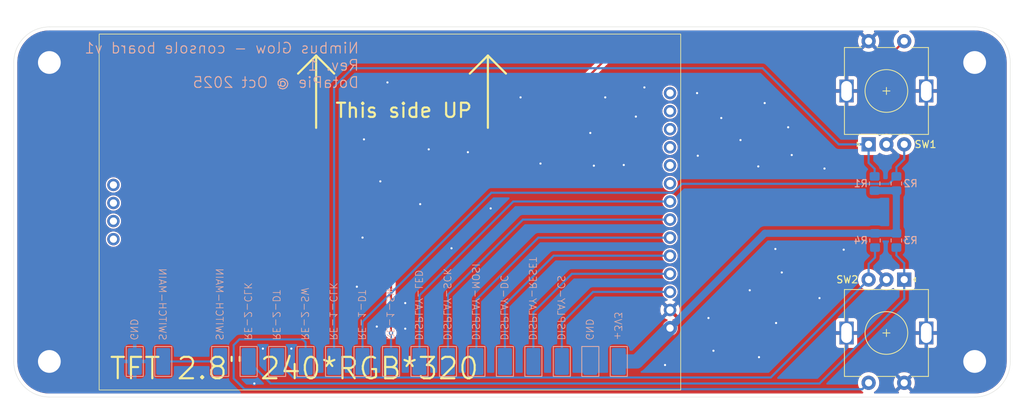
<source format=kicad_pcb>
(kicad_pcb (version 20241229) (generator "pcbnew") (generator_version "9.0")
  (title_block (title "Nimbus Glow - console board v1") (date "2025-10-24") (rev "1") (company "DotaPie"))
  (layers (0 "F.Cu" signal) (2 "B.Cu" signal) (13 "F.Paste" user) (15 "B.Paste" user) (5 "F.SilkS" user "F.Silkscreen") (7 "B.SilkS" user "B.Silkscreen") (1 "F.Mask" user) (3 "B.Mask" user) (25 "Edge.Cuts" user))
  (net 0 "")
  (net 1 "+3V3")
  (net 2 "GND")
  (net 3 "DISPLAY-CS")
  (net 4 "DISPLAY-RESET")
  (net 5 "DISPLAY-DC")
  (net 6 "DISPLAY-MOSI")
  (net 7 "DISPLAY-SCK")
  (net 8 "DISPLAY-LED")
  (net 9 "RE-1-SW")
  (net 10 "RE-1-DT")
  (net 11 "RE-1-CLK")
  (net 12 "RE-2-SW")
  (net 13 "RE-2-DT")
  (net 14 "RE-2-CLK")
  (net 15 "SWITCH-MAIN")
  (footprint "MountingHole:MountingHole_3.2mm_M3_Pad_TopBottom" (layer "F.Cu") (at 205.89 120.1)
    (property "Reference" "H4" (hide yes))
    (property "Value" "MountingHole_Pad")
    (pad "1" thru_hole circle (at 0 0) (size 3.6 3.6) (drill 3.2) (layers "*.Cu" "*.Mask") (net 2 "GND"))
    (pad "1" connect circle (at 0 0) (size 6.4 6.4) (layers "F.Cu" "F.Mask") (net 2 "GND"))
    (pad "1" connect circle (at 0 0) (size 6.4 6.4) (layers "B.Cu" "B.Mask") (net 2 "GND"))
  )
  (footprint "MountingHole:MountingHole_3.2mm_M3_Pad_TopBottom" (layer "F.Cu") (at 205.89 78.1)
    (property "Reference" "H3" (hide yes))
    (property "Value" "MountingHole_Pad")
    (pad "1" thru_hole circle (at 0 0) (size 3.6 3.6) (drill 3.2) (layers "*.Cu" "*.Mask") (net 2 "GND"))
    (pad "1" connect circle (at 0 0) (size 6.4 6.4) (layers "F.Cu" "F.Mask") (net 2 "GND"))
    (pad "1" connect circle (at 0 0) (size 6.4 6.4) (layers "B.Cu" "B.Mask") (net 2 "GND"))
  )
  (footprint "Rotary_Encoder:RotaryEncoder_Alps_EC11E-Switch_Vertical_H20mm" (layer "F.Cu") (at 190.99 89.6 90)
    (property "Reference" "SW1" (at 0 8 180) (layer "F.SilkS"))
    (property "Value" "RotaryEncoder_Switch_MP")
    (fp_line (start 13.6 -3.4) (end 13.6 -1) (stroke (width 0.12)) (layer "F.SilkS"))
    (fp_line (start 9.5 -3.4) (end 13.6 -3.4) (stroke (width 0.12)) (layer "F.SilkS"))
    (fp_line (start 5.5 -3.4) (end 1.4 -3.4) (stroke (width 0.12)) (layer "F.SilkS"))
    (fp_line (start 1.4 -3.4) (end 1.4 8.4) (stroke (width 0.12)) (layer "F.SilkS"))
    (fp_line (start 0.3 -1.6) (end 0 -1.3) (stroke (width 0.12)) (layer "F.SilkS"))
    (fp_line (start -0.3 -1.6) (end 0.3 -1.6) (stroke (width 0.12)) (layer "F.SilkS"))
    (fp_line (start 0 -1.3) (end -0.3 -1.6) (stroke (width 0.12)) (layer "F.SilkS"))
    (fp_line (start 13.6 1.2) (end 13.6 3.8) (stroke (width 0.12)) (layer "F.SilkS"))
    (fp_line (start 7.5 2) (end 7.5 3) (stroke (width 0.12)) (layer "F.SilkS"))
    (fp_line (start 7 2.5) (end 8 2.5) (stroke (width 0.12)) (layer "F.SilkS"))
    (fp_line (start 13.6 6) (end 13.6 8.4) (stroke (width 0.12)) (layer "F.SilkS"))
    (fp_line (start 13.6 8.4) (end 9.5 8.4) (stroke (width 0.12)) (layer "F.SilkS"))
    (fp_line (start 5.5 8.4) (end 1.4 8.4) (stroke (width 0.12)) (layer "F.SilkS"))
    (fp_circle (center 7.5 2.5) (end 10.5 2.5) (stroke (width 0.12)) (fill no) (layer "F.SilkS"))
    (pad "A" thru_hole rect (at 0 0 90) (size 2 2) (drill 1) (layers "*.Cu" "*.Mask") (net 11 "RE-1-CLK"))
    (pad "B" thru_hole circle (at 0 5 90) (size 2 2) (drill 1) (layers "*.Cu" "*.Mask") (net 10 "RE-1-DT"))
    (pad "C" thru_hole circle (at 0 2.5 90) (size 2 2) (drill 1) (layers "*.Cu" "*.Mask") (net 2 "GND"))
    (pad "MP" thru_hole rect (at 7.5 -3.1 90) (size 3.2 2) (drill oval 2.8 1.5) (layers "*.Cu" "*.Mask") (net 2 "GND"))
    (pad "MP" thru_hole rect (at 7.5 8.1 90) (size 3.2 2) (drill oval 2.8 1.5) (layers "*.Cu" "*.Mask") (net 2 "GND"))
    (pad "S1" thru_hole circle (at 14.5 5 90) (size 2 2) (drill 1) (layers "*.Cu" "*.Mask") (net 9 "RE-1-SW"))
    (pad "S2" thru_hole circle (at 14.5 0 90) (size 2 2) (drill 1) (layers "*.Cu" "*.Mask") (net 2 "GND"))
  )
  (footprint "KiCAD-DotaPie-footprints:2.8 TFT 240xRGBx320" (layer "F.Cu") (at 84.89 95.3)
    (property "Reference" "U1" (hide yes))
    (property "Value" "2.8\" TFT 280xRGBx320 V1.1" (hide yes))
    (fp_line (start 25.94 -15.64) (end 28.48 -18.18) (stroke (width 0.1)) (layer "F.SilkS"))
    (fp_line (start 28.48 -18.18) (end 25.94 -15.64) (stroke (width 0.3)) (layer "F.SilkS"))
    (fp_line (start 28.48 -18.18) (end 31.02 -15.64) (stroke (width 0.3)) (layer "F.SilkS"))
    (fp_line (start 28.48 -8.02) (end 28.48 -18.18) (stroke (width 0.3)) (layer "F.SilkS"))
    (fp_line (start 50.07 -15.64) (end 52.61 -18.18) (stroke (width 0.1)) (layer "F.SilkS"))
    (fp_line (start 52.61 -18.18) (end 50.07 -15.64) (stroke (width 0.3)) (layer "F.SilkS"))
    (fp_line (start 52.61 -18.18) (end 55.15 -15.64) (stroke (width 0.3)) (layer "F.SilkS"))
    (fp_line (start 52.61 -8.02) (end 52.61 -18.18) (stroke (width 0.3)) (layer "F.SilkS"))
    (fp_rect (start -2 -21.19) (end 79.7 28.81) (stroke (width 0.1)) (fill no) (layer "F.SilkS"))
    (fp_text user "TFT 2.8\" 240*RGB*320" (at -0.73 27.54 0) (layer "F.SilkS") (effects (font (size 3 3) (thickness 0.3)) (justify left bottom)))
    (fp_text user "This side UP" (at 31.02 -9.29 0) (layer "F.SilkS") (effects (font (size 2 2) (thickness 0.3)) (justify left bottom)))
    (pad "1" thru_hole circle (at 0 0) (size 1.75 1.75) (drill 1.02) (layers "*.Cu" "*.Mask") (clearance 0.204))
    (pad "2" thru_hole circle (at 0 2.54) (size 1.75 1.75) (drill 1.02) (layers "*.Cu" "*.Mask") (clearance 0.204))
    (pad "3" thru_hole circle (at 0 5.08) (size 1.75 1.75) (drill 1.02) (layers "*.Cu" "*.Mask") (clearance 0.204))
    (pad "4" thru_hole circle (at 0 7.62) (size 1.75 1.75) (drill 1.02) (layers "*.Cu" "*.Mask") (clearance 0.204))
    (pad "5" thru_hole circle (at 78.2 20.11) (size 1.75 1.75) (drill 1.02) (layers "*.Cu" "*.Mask") (net 1 "+3V3") (clearance 0.204))
    (pad "6" thru_hole circle (at 78.2 17.57) (size 1.75 1.75) (drill 1.02) (layers "*.Cu" "*.Mask") (net 2 "GND") (clearance 0.204))
    (pad "7" thru_hole circle (at 78.2 15.03) (size 1.75 1.75) (drill 1.02) (layers "*.Cu" "*.Mask") (net 3 "DISPLAY-CS") (clearance 0.204))
    (pad "8" thru_hole circle (at 78.2 12.49) (size 1.75 1.75) (drill 1.02) (layers "*.Cu" "*.Mask") (net 4 "DISPLAY-RESET") (clearance 0.204))
    (pad "9" thru_hole circle (at 78.2 9.95) (size 1.75 1.75) (drill 1.02) (layers "*.Cu" "*.Mask") (net 5 "DISPLAY-DC") (clearance 0.204))
    (pad "10" thru_hole circle (at 78.2 7.41) (size 1.75 1.75) (drill 1.02) (layers "*.Cu" "*.Mask") (net 6 "DISPLAY-MOSI") (clearance 0.204))
    (pad "11" thru_hole circle (at 78.2 4.87) (size 1.75 1.75) (drill 1.02) (layers "*.Cu" "*.Mask") (net 7 "DISPLAY-SCK") (clearance 0.204))
    (pad "12" thru_hole circle (at 78.2 2.33) (size 1.75 1.75) (drill 1.02) (layers "*.Cu" "*.Mask") (net 8 "DISPLAY-LED") (clearance 0.204))
    (pad "13" thru_hole circle (at 78.2 -0.21) (size 1.75 1.75) (drill 1.02) (layers "*.Cu" "*.Mask") (clearance 0.204))
    (pad "14" thru_hole circle (at 78.2 -2.75) (size 1.75 1.75) (drill 1.02) (layers "*.Cu" "*.Mask") (clearance 0.204))
    (pad "15" thru_hole circle (at 78.2 -5.29) (size 1.75 1.75) (drill 1.02) (layers "*.Cu" "*.Mask") (clearance 0.204))
    (pad "16" thru_hole circle (at 78.2 -7.83) (size 1.75 1.75) (drill 1.02) (layers "*.Cu" "*.Mask") (clearance 0.204))
    (pad "17" thru_hole circle (at 78.2 -10.37) (size 1.75 1.75) (drill 1.02) (layers "*.Cu" "*.Mask") (clearance 0.204))
    (pad "18" thru_hole circle (at 78.2 -12.91) (size 1.75 1.75) (drill 1.02) (layers "*.Cu" "*.Mask") (clearance 0.204))
  )
  (footprint "MountingHole:MountingHole_3.2mm_M3_Pad_TopBottom" (layer "F.Cu") (at 75.89 120.1)
    (property "Reference" "H2" (hide yes))
    (property "Value" "MountingHole_Pad")
    (pad "1" thru_hole circle (at 0 0) (size 3.6 3.6) (drill 3.2) (layers "*.Cu" "*.Mask") (net 2 "GND"))
    (pad "1" connect circle (at 0 0) (size 6.4 6.4) (layers "F.Cu" "F.Mask") (net 2 "GND"))
    (pad "1" connect circle (at 0 0) (size 6.4 6.4) (layers "B.Cu" "B.Mask") (net 2 "GND"))
  )
  (footprint "Rotary_Encoder:RotaryEncoder_Alps_EC11E-Switch_Vertical_H20mm" (layer "F.Cu") (at 195.99 108.6 -90)
    (property "Reference" "SW2" (at 0 8 180) (layer "F.SilkS"))
    (property "Value" "RotaryEncoder_Switch_MP")
    (fp_line (start 5.5 8.4) (end 1.4 8.4) (stroke (width 0.12)) (layer "F.SilkS"))
    (fp_line (start 13.6 8.4) (end 9.5 8.4) (stroke (width 0.12)) (layer "F.SilkS"))
    (fp_line (start 13.6 6) (end 13.6 8.4) (stroke (width 0.12)) (layer "F.SilkS"))
    (fp_line (start 7 2.5) (end 8 2.5) (stroke (width 0.12)) (layer "F.SilkS"))
    (fp_line (start 7.5 2) (end 7.5 3) (stroke (width 0.12)) (layer "F.SilkS"))
    (fp_line (start 13.6 1.2) (end 13.6 3.8) (stroke (width 0.12)) (layer "F.SilkS"))
    (fp_line (start 0 -1.3) (end -0.3 -1.6) (stroke (width 0.12)) (layer "F.SilkS"))
    (fp_line (start -0.3 -1.6) (end 0.3 -1.6) (stroke (width 0.12)) (layer "F.SilkS"))
    (fp_line (start 0.3 -1.6) (end 0 -1.3) (stroke (width 0.12)) (layer "F.SilkS"))
    (fp_line (start 1.4 -3.4) (end 1.4 8.4) (stroke (width 0.12)) (layer "F.SilkS"))
    (fp_line (start 5.5 -3.4) (end 1.4 -3.4) (stroke (width 0.12)) (layer "F.SilkS"))
    (fp_line (start 9.5 -3.4) (end 13.6 -3.4) (stroke (width 0.12)) (layer "F.SilkS"))
    (fp_line (start 13.6 -3.4) (end 13.6 -1) (stroke (width 0.12)) (layer "F.SilkS"))
    (fp_circle (center 7.5 2.5) (end 10.5 2.5) (stroke (width 0.12)) (fill no) (layer "F.SilkS"))
    (pad "A" thru_hole rect (at 0 0 270) (size 2 2) (drill 1) (layers "*.Cu" "*.Mask") (net 14 "RE-2-CLK"))
    (pad "B" thru_hole circle (at 0 5 270) (size 2 2) (drill 1) (layers "*.Cu" "*.Mask") (net 13 "RE-2-DT"))
    (pad "C" thru_hole circle (at 0 2.5 270) (size 2 2) (drill 1) (layers "*.Cu" "*.Mask") (net 2 "GND"))
    (pad "MP" thru_hole rect (at 7.5 -3.1 270) (size 3.2 2) (drill oval 2.8 1.5) (layers "*.Cu" "*.Mask") (net 2 "GND"))
    (pad "MP" thru_hole rect (at 7.5 8.1 270) (size 3.2 2) (drill oval 2.8 1.5) (layers "*.Cu" "*.Mask") (net 2 "GND"))
    (pad "S1" thru_hole circle (at 14.5 5 270) (size 2 2) (drill 1) (layers "*.Cu" "*.Mask") (net 12 "RE-2-SW"))
    (pad "S2" thru_hole circle (at 14.5 0 270) (size 2 2) (drill 1) (layers "*.Cu" "*.Mask") (net 2 "GND"))
  )
  (footprint "MountingHole:MountingHole_3.2mm_M3_Pad_TopBottom" (layer "F.Cu") (at 75.89 78.1)
    (property "Reference" "H1" (hide yes))
    (property "Value" "MountingHole_Pad")
    (pad "1" thru_hole circle (at 0 0) (size 3.6 3.6) (drill 3.2) (layers "*.Cu" "*.Mask") (net 2 "GND"))
    (pad "1" connect circle (at 0 0) (size 6.4 6.4) (layers "F.Cu" "F.Mask") (net 2 "GND"))
    (pad "1" connect circle (at 0 0) (size 6.4 6.4) (layers "B.Cu" "B.Mask") (net 2 "GND"))
  )
  (footprint "Resistor_SMD:R_0805_2012Metric_Pad1.20x1.40mm_HandSolder" (layer "B.Cu") (at 194.89 95.1 -90)
    (property "Reference" "R2" (at 0 -2 180) (layer "B.SilkS") (effects (justify mirror)))
    (property "Value" "10K")
    (fp_line (start -0.227064 0.735) (end 0.227064 0.735) (stroke (width 0.12)) (layer "B.SilkS"))
    (fp_line (start -0.227064 -0.735) (end 0.227064 -0.735) (stroke (width 0.12)) (layer "B.SilkS"))
    (pad "1" smd roundrect (at -1 0 270) (size 1.2 1.4) (layers "B.Cu" "B.Mask" "B.Paste") (roundrect_rratio 0.208333) (net 10 "RE-1-DT"))
    (pad "2" smd roundrect (at 1 0 270) (size 1.2 1.4) (layers "B.Cu" "B.Mask" "B.Paste") (roundrect_rratio 0.208333) (net 1 "+3V3"))
  )
  (footprint "TestPoint:TestPoint_Keystone_5019_Miniature" (layer "B.Cu") (at 155.89 120.1 -90)
    (property "Reference" "J1" (hide yes))
    (property "Value" "Conn_01x01_Socket")
    (fp_rect (start -2.1 1.2) (end 2.1 -1.2) (stroke (width 0.12)) (fill no) (layer "B.SilkS"))
    (pad "1" smd roundrect (at 0 0 270) (size 3.8 2) (layers "B.Cu" "B.Mask" "B.Paste") (roundrect_rratio 0.125) (net 1 "+3V3"))
  )
  (footprint "TestPoint:TestPoint_Keystone_5019_Miniature" (layer "B.Cu") (at 119.89 120.1 -90)
    (property "Reference" "J10" (hide yes))
    (property "Value" "Conn_01x01_Socket")
    (fp_rect (start -2.1 1.2) (end 2.1 -1.2) (stroke (width 0.12)) (fill no) (layer "B.SilkS"))
    (pad "1" smd roundrect (at 0 0 270) (size 3.8 2) (layers "B.Cu" "B.Mask" "B.Paste") (roundrect_rratio 0.125) (net 10 "RE-1-DT"))
  )
  (footprint "TestPoint:TestPoint_Keystone_5019_Miniature" (layer "B.Cu") (at 135.89 120.1 -90)
    (property "Reference" "J6" (hide yes))
    (property "Value" "Conn_01x01_Socket")
    (fp_rect (start -2.1 1.2) (end 2.1 -1.2) (stroke (width 0.12)) (fill no) (layer "B.SilkS"))
    (pad "1" smd roundrect (at 0 0 270) (size 3.8 2) (layers "B.Cu" "B.Mask" "B.Paste") (roundrect_rratio 0.125) (net 6 "DISPLAY-MOSI"))
  )
  (footprint "Resistor_SMD:R_0805_2012Metric_Pad1.20x1.40mm_HandSolder" (layer "B.Cu") (at 191.84 95.1 -90)
    (property "Reference" "R1" (at 0 1.95 180) (layer "B.SilkS") (effects (justify mirror)))
    (property "Value" "10K")
    (fp_line (start -0.227064 0.735) (end 0.227064 0.735) (stroke (width 0.12)) (layer "B.SilkS"))
    (fp_line (start -0.227064 -0.735) (end 0.227064 -0.735) (stroke (width 0.12)) (layer "B.SilkS"))
    (pad "1" smd roundrect (at -1 0 270) (size 1.2 1.4) (layers "B.Cu" "B.Mask" "B.Paste") (roundrect_rratio 0.208333) (net 11 "RE-1-CLK"))
    (pad "2" smd roundrect (at 1 0 270) (size 1.2 1.4) (layers "B.Cu" "B.Mask" "B.Paste") (roundrect_rratio 0.208333) (net 1 "+3V3"))
  )
  (footprint "TestPoint:TestPoint_Keystone_5019_Miniature" (layer "B.Cu") (at 143.89 120.1 -90)
    (property "Reference" "J4" (hide yes))
    (property "Value" "Conn_01x01_Socket")
    (fp_rect (start -2.1 1.2) (end 2.1 -1.2) (stroke (width 0.12)) (fill no) (layer "B.SilkS"))
    (pad "1" smd roundrect (at 0 0 270) (size 3.8 2) (layers "B.Cu" "B.Mask" "B.Paste") (roundrect_rratio 0.125) (net 4 "DISPLAY-RESET"))
  )
  (footprint "Resistor_SMD:R_0805_2012Metric_Pad1.20x1.40mm_HandSolder" (layer "B.Cu") (at 194.89 103.1 90)
    (property "Reference" "R3" (at 0 2 180) (layer "B.SilkS") (effects (justify mirror)))
    (property "Value" "10K")
    (fp_line (start -0.227064 -0.735) (end 0.227064 -0.735) (stroke (width 0.12)) (layer "B.SilkS"))
    (fp_line (start -0.227064 0.735) (end 0.227064 0.735) (stroke (width 0.12)) (layer "B.SilkS"))
    (pad "1" smd roundrect (at -1 0 90) (size 1.2 1.4) (layers "B.Cu" "B.Mask" "B.Paste") (roundrect_rratio 0.208333) (net 14 "RE-2-CLK"))
    (pad "2" smd roundrect (at 1 0 90) (size 1.2 1.4) (layers "B.Cu" "B.Mask" "B.Paste") (roundrect_rratio 0.208333) (net 1 "+3V3"))
  )
  (footprint "TestPoint:TestPoint_Keystone_5019_Miniature" (layer "B.Cu") (at 123.89 120.1 -90)
    (property "Reference" "J9" (hide yes))
    (property "Value" "Conn_01x01_Socket")
    (fp_rect (start -2.1 1.2) (end 2.1 -1.2) (stroke (width 0.12)) (fill no) (layer "B.SilkS"))
    (pad "1" smd roundrect (at 0 0 270) (size 3.8 2) (layers "B.Cu" "B.Mask" "B.Paste") (roundrect_rratio 0.125) (net 9 "RE-1-SW"))
  )
  (footprint "TestPoint:TestPoint_Keystone_5019_Miniature" (layer "B.Cu") (at 99.89 120.1 -90)
    (property "Reference" "J15" (hide yes))
    (property "Value" "Conn_01x01_Socket")
    (fp_rect (start -2.1 1.2) (end 2.1 -1.2) (stroke (width 0.12)) (fill no) (layer "B.SilkS"))
    (pad "1" smd roundrect (at 0 0 270) (size 3.8 2) (layers "B.Cu" "B.Mask" "B.Paste") (roundrect_rratio 0.125) (net 15 "SWITCH-MAIN"))
  )
  (footprint "TestPoint:TestPoint_Keystone_5019_Miniature" (layer "B.Cu") (at 151.89 120.1 -90)
    (property "Reference" "J2" (hide yes))
    (property "Value" "Conn_01x01_Socket")
    (fp_rect (start -2.1 1.2) (end 2.1 -1.2) (stroke (width 0.12)) (fill no) (layer "B.SilkS"))
    (pad "1" smd roundrect (at 0 0 270) (size 3.8 2) (layers "B.Cu" "B.Mask" "B.Paste") (roundrect_rratio 0.125) (net 2 "GND"))
  )
  (footprint "TestPoint:TestPoint_Keystone_5019_Miniature" (layer "B.Cu") (at 147.89 120.1 -90)
    (property "Reference" "J3" (hide yes))
    (property "Value" "Conn_01x01_Socket")
    (fp_rect (start -2.1 1.2) (end 2.1 -1.2) (stroke (width 0.12)) (fill no) (layer "B.SilkS"))
    (pad "1" smd roundrect (at 0 0 270) (size 3.8 2) (layers "B.Cu" "B.Mask" "B.Paste") (roundrect_rratio 0.125) (net 3 "DISPLAY-CS"))
  )
  (footprint "TestPoint:TestPoint_Keystone_5019_Miniature" (layer "B.Cu") (at 103.89 120.1 -90)
    (property "Reference" "J14" (hide yes))
    (property "Value" "Conn_01x01_Socket")
    (fp_rect (start -2.1 1.2) (end 2.1 -1.2) (stroke (width 0.12)) (fill no) (layer "B.SilkS"))
    (pad "1" smd roundrect (at 0 0 270) (size 3.8 2) (layers "B.Cu" "B.Mask" "B.Paste") (roundrect_rratio 0.125) (net 14 "RE-2-CLK"))
  )
  (footprint "TestPoint:TestPoint_Keystone_5019_Miniature" (layer "B.Cu") (at 131.89 120.1 -90)
    (property "Reference" "J7" (hide yes))
    (property "Value" "Conn_01x01_Socket")
    (fp_rect (start -2.1 1.2) (end 2.1 -1.2) (stroke (width 0.12)) (fill no) (layer "B.SilkS"))
    (pad "1" smd roundrect (at 0 0 270) (size 3.8 2) (layers "B.Cu" "B.Mask" "B.Paste") (roundrect_rratio 0.125) (net 7 "DISPLAY-SCK"))
  )
  (footprint "Resistor_SMD:R_0805_2012Metric_Pad1.20x1.40mm_HandSolder" (layer "B.Cu") (at 191.89 103.1 90)
    (property "Reference" "R4" (at 0 -2 180) (layer "B.SilkS") (effects (justify mirror)))
    (property "Value" "10K")
    (fp_line (start -0.227064 -0.735) (end 0.227064 -0.735) (stroke (width 0.12)) (layer "B.SilkS"))
    (fp_line (start -0.227064 0.735) (end 0.227064 0.735) (stroke (width 0.12)) (layer "B.SilkS"))
    (pad "1" smd roundrect (at -1 0 90) (size 1.2 1.4) (layers "B.Cu" "B.Mask" "B.Paste") (roundrect_rratio 0.208333) (net 13 "RE-2-DT"))
    (pad "2" smd roundrect (at 1 0 90) (size 1.2 1.4) (layers "B.Cu" "B.Mask" "B.Paste") (roundrect_rratio 0.208333) (net 1 "+3V3"))
  )
  (footprint "TestPoint:TestPoint_Keystone_5019_Miniature" (layer "B.Cu") (at 87.89 120.1 -90)
    (property "Reference" "J17" (hide yes))
    (property "Value" "Conn_01x01_Socket")
    (fp_rect (start -2.1 1.2) (end 2.1 -1.2) (stroke (width 0.12)) (fill no) (layer "B.SilkS"))
    (pad "1" smd roundrect (at 0 0 270) (size 3.8 2) (layers "B.Cu" "B.Mask" "B.Paste") (roundrect_rratio 0.125) (net 2 "GND"))
  )
  (footprint "TestPoint:TestPoint_Keystone_5019_Miniature" (layer "B.Cu") (at 107.89 120.1 -90)
    (property "Reference" "J13" (hide yes))
    (property "Value" "Conn_01x01_Socket")
    (fp_rect (start -2.1 1.2) (end 2.1 -1.2) (stroke (width 0.12)) (fill no) (layer "B.SilkS"))
    (pad "1" smd roundrect (at 0 0 270) (size 3.8 2) (layers "B.Cu" "B.Mask" "B.Paste") (roundrect_rratio 0.125) (net 13 "RE-2-DT"))
  )
  (footprint "TestPoint:TestPoint_Keystone_5019_Miniature" (layer "B.Cu") (at 115.89 120.1 -90)
    (property "Reference" "J11" (hide yes))
    (property "Value" "Conn_01x01_Socket")
    (fp_rect (start -2.1 1.2) (end 2.1 -1.2) (stroke (width 0.12)) (fill no) (layer "B.SilkS"))
    (pad "1" smd roundrect (at 0 0 270) (size 3.8 2) (layers "B.Cu" "B.Mask" "B.Paste") (roundrect_rratio 0.125) (net 11 "RE-1-CLK"))
  )
  (footprint "TestPoint:TestPoint_Keystone_5019_Miniature" (layer "B.Cu") (at 139.89 120.1 -90)
    (property "Reference" "J5" (hide yes))
    (property "Value" "Conn_01x01_Socket")
    (fp_rect (start -2.1 1.2) (end 2.1 -1.2) (stroke (width 0.12)) (fill no) (layer "B.SilkS"))
    (pad "1" smd roundrect (at 0 0 270) (size 3.8 2) (layers "B.Cu" "B.Mask" "B.Paste") (roundrect_rratio 0.125) (net 5 "DISPLAY-DC"))
  )
  (footprint "TestPoint:TestPoint_Keystone_5019_Miniature" (layer "B.Cu") (at 127.89 120.1 -90)
    (property "Reference" "J8" (hide yes))
    (property "Value" "Conn_01x01_Socket")
    (fp_rect (start -2.1 1.2) (end 2.1 -1.2) (stroke (width 0.12)) (fill no) (layer "B.SilkS"))
    (pad "1" smd roundrect (at 0 0 270) (size 3.8 2) (layers "B.Cu" "B.Mask" "B.Paste") (roundrect_rratio 0.125) (net 8 "DISPLAY-LED"))
  )
  (footprint "TestPoint:TestPoint_Keystone_5019_Miniature" (layer "B.Cu") (at 91.89 120.1 -90)
    (property "Reference" "J16" (hide yes))
    (property "Value" "Conn_01x01_Socket")
    (fp_rect (start -2.1 1.2) (end 2.1 -1.2) (stroke (width 0.12)) (fill no) (layer "B.SilkS"))
    (pad "1" smd roundrect (at 0 0 270) (size 3.8 2) (layers "B.Cu" "B.Mask" "B.Paste") (roundrect_rratio 0.125) (net 15 "SWITCH-MAIN"))
  )
  (footprint "TestPoint:TestPoint_Keystone_5019_Miniature" (layer "B.Cu") (at 111.89 120.1 -90)
    (property "Reference" "J12" (hide yes))
    (property "Value" "Conn_01x01_Socket")
    (fp_rect (start -2.1 1.2) (end 2.1 -1.2) (stroke (width 0.12)) (fill no) (layer "B.SilkS"))
    (pad "1" smd roundrect (at 0 0 270) (size 3.8 2) (layers "B.Cu" "B.Mask" "B.Paste") (roundrect_rratio 0.125) (net 12 "RE-2-SW"))
  )
  (gr_line (start 210.89 78.1) (end 210.89 120.1) (stroke (width 0.05)) (layer "Edge.Cuts"))
  (gr_arc (start 70.89 78.1) (mid 72.354466 74.564466) (end 75.89 73.1) (stroke (width 0.05)) (layer "Edge.Cuts"))
  (gr_arc (start 75.89 125.1) (mid 72.354466 123.635534) (end 70.89 120.1) (stroke (width 0.05)) (layer "Edge.Cuts"))
  (gr_line (start 75.89 73.1) (end 205.89 73.1) (stroke (width 0.05)) (layer "Edge.Cuts"))
  (gr_arc (start 205.89 73.1) (mid 209.425534 74.564466) (end 210.89 78.1) (stroke (width 0.05)) (layer "Edge.Cuts"))
  (gr_line (start 70.89 120.1) (end 70.89 78.1) (stroke (width 0.05)) (layer "Edge.Cuts"))
  (gr_arc (start 210.89 120.1) (mid 209.425534 123.635534) (end 205.89 125.1) (stroke (width 0.05)) (layer "Edge.Cuts"))
  (gr_line (start 205.89 125.1) (end 75.89 125.1) (stroke (width 0.05)) (layer "Edge.Cuts"))
  (gr_text "DISPLAY-MOSI" (at 135.19 117.2 -90) (layer "B.SilkS") (effects (font (size 1 1) (thickness 0.1)) (justify left bottom mirror)))
  (gr_text "SWITCH-MAIN" (at 99.19 117.2 -90) (layer "B.SilkS") (effects (font (size 1 1) (thickness 0.1)) (justify left bottom mirror)))
  (gr_text "+3V3" (at 155.19 117.2 -90) (layer "B.SilkS") (effects (font (size 1 1) (thickness 0.1)) (justify left bottom mirror)))
  (gr_text "DISPLAY-SCK" (at 131.19 117.2 -90) (layer "B.SilkS") (effects (font (size 1 1) (thickness 0.1)) (justify left bottom mirror)))
  (gr_text "DISPLAY-LED" (at 127.19 117.2 -90) (layer "B.SilkS") (effects (font (size 1 1) (thickness 0.1)) (justify left bottom mirror)))
  (gr_text "Nimbus Glow - console board v1\nRev. 1\nDotaPie @ Oct 2025" (at 119.49 75.2 0) (layer "B.SilkS") (effects (font (size 1.5 1.5)) (justify left top mirror)))
  (gr_text "DISPLAY-RESET" (at 143.19 117.2 -90) (layer "B.SilkS") (effects (font (size 1 1) (thickness 0.1)) (justify left bottom mirror)))
  (gr_text "SWITCH-MAIN" (at 91.19 117.2 -90) (layer "B.SilkS") (effects (font (size 1 1) (thickness 0.1)) (justify left bottom mirror)))
  (gr_text "RE-1-SW" (at 123.19 117.2 -90) (layer "B.SilkS") (effects (font (size 1 1) (thickness 0.1)) (justify left bottom mirror)))
  (gr_text "DISPLAY-DC" (at 139.19 117.2 -90) (layer "B.SilkS") (effects (font (size 1 1) (thickness 0.1)) (justify left bottom mirror)))
  (gr_text "RE-2-SW" (at 111.19 117.2 -90) (layer "B.SilkS") (effects (font (size 1 1) (thickness 0.1)) (justify left bottom mirror)))
  (gr_text "GND" (at 87.19 117.2 -90) (layer "B.SilkS") (effects (font (size 1 1) (thickness 0.1)) (justify left bottom mirror)))
  (gr_text "GND" (at 151.19 117.2 -90) (layer "B.SilkS") (effects (font (size 1 1) (thickness 0.1)) (justify left bottom mirror)))
  (gr_text "DISPLAY-CS" (at 147.19 117.2 -90) (layer "B.SilkS") (effects (font (size 1 1) (thickness 0.1)) (justify left bottom mirror)))
  (gr_text "RE-2-CLK" (at 103.19 117.2 -90) (layer "B.SilkS") (effects (font (size 1 1) (thickness 0.1)) (justify left bottom mirror)))
  (gr_text "RE-1-DT" (at 119.19 117.2 -90) (layer "B.SilkS") (effects (font (size 1 1) (thickness 0.1)) (justify left bottom mirror)))
  (gr_text "RE-1-CLK" (at 115.19 117.2 -90) (layer "B.SilkS") (effects (font (size 1 1) (thickness 0.1)) (justify left bottom mirror)))
  (gr_text "RE-2-DT" (at 107.19 117.2 -90) (layer "B.SilkS") (effects (font (size 1 1) (thickness 0.1)) (justify left bottom mirror)))
  (segment (start 155.89 120.1) (end 158.4 120.1) (width 2) (layer "B.Cu") (net 1))
  (segment (start 191.89 102.1) (end 194.89 102.1) (width 1) (layer "B.Cu") (net 1))
  (segment (start 194.89 102.1) (end 194.89 96.1) (width 1) (layer "B.Cu") (net 1))
  (segment (start 158.4 120.1) (end 163.09 115.41) (width 2) (layer "B.Cu") (net 1))
  (segment (start 191.89 102.1) (end 176.4 102.1) (width 1) (layer "B.Cu") (net 1))
  (segment (start 176.4 102.1) (end 163.09 115.41) (width 1) (layer "B.Cu") (net 1))
  (segment (start 194.89 96.1) (end 191.84 96.1) (width 1) (layer "B.Cu") (net 1))
  (via (at 123.39 80.9) (size 0.6) (drill 0.3) (layers "F.Cu" "B.Cu") (net 2))
  (via (at 144.89 92.3) (size 0.6) (drill 0.3) (layers "F.Cu" "B.Cu") (net 2))
  (via (at 187.49 104.4) (size 0.6) (drill 0.3) (layers "F.Cu" "B.Cu") (net 2))
  (via (at 134.69 90.7) (size 0.6) (drill 0.3) (layers "F.Cu" "B.Cu") (net 2))
  (via (at 125.89 111.9) (size 0.6) (drill 0.3) (layers "F.Cu" "B.Cu") (net 2))
  (via (at 125.89 115.5) (size 0.6) (drill 0.3) (layers "F.Cu" "B.Cu") (net 2))
  (via (at 174.29 110.1) (size 0.6) (drill 0.3) (layers "F.Cu" "B.Cu") (net 2))
  (via (at 179.69 87.2) (size 0.6) (drill 0.3) (layers "F.Cu" "B.Cu") (net 2))
  (via (at 175.59 119.5) (size 0.6) (drill 0.3) (layers "F.Cu" "B.Cu") (net 2))
  (via (at 152.39 92.6) (size 0.6) (drill 0.3) (layers "F.Cu" "B.Cu") (net 2))
  (via (at 127.99 98) (size 0.6) (drill 0.3) (layers "F.Cu" "B.Cu") (net 2))
  (via (at 142.09 83) (size 0.6) (drill 0.3) (layers "F.Cu" "B.Cu") (net 2))
  (via (at 170.29 85.9) (size 0.6) (drill 0.3) (layers "F.Cu" "B.Cu") (net 2))
  (via (at 122.39 94.8) (size 0.6) (drill 0.3) (layers "F.Cu" "B.Cu") (net 2))
  (via (at 166.89 82.4) (size 0.6) (drill 0.3) (layers "F.Cu" "B.Cu") (net 2))
  (via (at 184.79 93) (size 0.6) (drill 0.3) (layers "F.Cu" "B.Cu") (net 2))
  (via (at 175.49 92.7) (size 0.6) (drill 0.3) (layers "F.Cu" "B.Cu") (net 2))
  (via (at 119.09 109.6) (size 0.6) (drill 0.3) (layers "F.Cu" "B.Cu") (net 2))
  (via (at 172.99 89) (size 0.6) (drill 0.3) (layers "F.Cu" "B.Cu") (net 2))
  (via (at 159.49 81.6) (size 0.6) (drill 0.3) (layers "F.Cu" "B.Cu") (net 2))
  (via (at 153.99 83) (size 0.6) (drill 0.3) (layers "F.Cu" "B.Cu") (net 2))
  (via (at 132.39 104.2) (size 0.6) (drill 0.3) (layers "F.Cu" "B.Cu") (net 2))
  (via (at 129.19 90.3) (size 0.6) (drill 0.3) (layers "F.Cu" "B.Cu") (net 2))
  (via (at 121.89 115.2) (size 0.6) (drill 0.3) (layers "F.Cu" "B.Cu") (net 2))
  (via (at 120.09 88.9) (size 0.6) (drill 0.3) (layers "F.Cu" "B.Cu") (net 2))
  (via (at 105.89 118.3) (size 0.6) (drill 0.3) (layers "F.Cu" "B.Cu") (net 2))
  (via (at 177.89 104.3) (size 0.6) (drill 0.3) (layers "F.Cu" "B.Cu") (net 2))
  (via (at 158.29 85.7) (size 0.6) (drill 0.3) (layers "F.Cu" "B.Cu") (net 2))
  (via (at 169.19 118.6) (size 0.6) (drill 0.3) (layers "F.Cu" "B.Cu") (net 2))
  (via (at 177.99 114.7) (size 0.6) (drill 0.3) (layers "F.Cu" "B.Cu") (net 2))
  (via (at 119.89 102.7) (size 0.6) (drill 0.3) (layers "F.Cu" "B.Cu") (net 2))
  (via (at 180.19 91.1) (size 0.6) (drill 0.3) (layers "F.Cu" "B.Cu") (net 2))
  (via (at 166.99 91.2) (size 0.6) (drill 0.3) (layers "F.Cu" "B.Cu") (net 2))
  (via (at 184.09 111.2) (size 0.6) (drill 0.3) (layers "F.Cu" "B.Cu") (net 2))
  (via (at 156.59 92.5) (size 0.6) (drill 0.3) (layers "F.Cu" "B.Cu") (net 2))
  (via (at 162.39 120.6) (size 0.6) (drill 0.3) (layers "F.Cu" "B.Cu") (net 2))
  (via (at 178.79 107.6) (size 0.6) (drill 0.3) (layers "F.Cu" "B.Cu") (net 2))
  (via (at 168.49 114) (size 0.6) (drill 0.3) (layers "F.Cu" "B.Cu") (net 2))
  (via (at 151.89 88) (size 0.6) (drill 0.3) (layers "F.Cu" "B.Cu") (net 2))
  (via (at 137.89 98.6) (size 0.6) (drill 0.3) (layers "F.Cu" "B.Cu") (net 2))
  (via (at 109.89 118.3) (size 0.6) (drill 0.3) (layers "F.Cu" "B.Cu") (net 2))
  (via (at 176.39 83.8) (size 0.6) (drill 0.3) (layers "F.Cu" "B.Cu") (net 2))
  (via (at 104.69 123.2) (size 0.6) (drill 0.3) (layers "F.Cu" "B.Cu") (net 2))
  (segment (start 147.89 114.7) (end 147.89 120.1) (width 0.3) (layer "B.Cu") (net 3))
  (segment (start 152.26 110.33) (end 147.89 114.7) (width 0.3) (layer "B.Cu") (net 3))
  (segment (start 163.09 110.33) (end 152.26 110.33) (width 0.3) (layer "B.Cu") (net 3))
  (segment (start 149.3 107.79) (end 143.89 113.2) (width 0.3) (layer "B.Cu") (net 4))
  (segment (start 163.09 107.79) (end 149.3 107.79) (width 0.3) (layer "B.Cu") (net 4))
  (segment (start 143.89 113.2) (end 143.89 120.1) (width 0.3) (layer "B.Cu") (net 4))
  (segment (start 146.74 105.25) (end 139.89 112.1) (width 0.3) (layer "B.Cu") (net 5))
  (segment (start 163.09 105.25) (end 146.74 105.25) (width 0.3) (layer "B.Cu") (net 5))
  (segment (start 139.89 112.1) (end 139.89 120.1) (width 0.3) (layer "B.Cu") (net 5))
  (segment (start 144.58 102.71) (end 135.89 111.4) (width 0.3) (layer "B.Cu") (net 6))
  (segment (start 163.09 102.71) (end 144.58 102.71) (width 0.3) (layer "B.Cu") (net 6))
  (segment (start 135.89 111.4) (end 135.89 120.1) (width 0.3) (layer "B.Cu") (net 6))
  (segment (start 142.42 100.17) (end 131.89 110.7) (width 0.3) (layer "B.Cu") (net 7))
  (segment (start 163.09 100.17) (end 142.42 100.17) (width 0.3) (layer "B.Cu") (net 7))
  (segment (start 131.89 110.7) (end 131.89 120.1) (width 0.3) (layer "B.Cu") (net 7))
  (segment (start 141.06 97.63) (end 127.89 110.8) (width 0.3) (layer "B.Cu") (net 8))
  (segment (start 163.09 97.63) (end 141.06 97.63) (width 0.3) (layer "B.Cu") (net 8))
  (segment (start 127.89 110.8) (end 127.89 120.1) (width 0.3) (layer "B.Cu") (net 8))
  (segment (start 195.99 75.1) (end 193.788 77.302) (width 0.3) (layer "F.Cu") (net 9))
  (segment (start 123.89 107.8) (end 123.89 116.1) (width 0.3) (layer "F.Cu") (net 9))
  (segment (start 154.388 77.302) (end 124.69 107) (width 0.3) (layer "F.Cu") (net 9))
  (segment (start 124.69 107) (end 123.89 107.8) (width 0.3) (layer "F.Cu") (net 9))
  (segment (start 193.788 77.302) (end 154.388 77.302) (width 0.3) (layer "F.Cu") (net 9))
  (via (at 123.89 116.1) (size 0.6) (drill 0.3) (layers "F.Cu" "B.Cu") (net 9))
  (segment (start 123.89 116.1) (end 123.89 120.1) (width 0.3) (layer "B.Cu") (net 9))
  (segment (start 194.89 92.8) (end 195.99 91.7) (width 0.3) (layer "B.Cu") (net 10))
  (segment (start 195.99 91.7) (end 195.99 89.6) (width 0.3) (layer "B.Cu") (net 10))
  (segment (start 194.89 94.1) (end 193.841 95.149) (width 0.3) (layer "B.Cu") (net 10))
  (segment (start 193.841 95.149) (end 164.770483 95.149) (width 0.3) (layer "B.Cu") (net 10))
  (segment (start 119.89 114.5) (end 119.89 120.1) (width 0.3) (layer "B.Cu") (net 10))
  (segment (start 163.519483 96.4) (end 137.99 96.4) (width 0.3) (layer "B.Cu") (net 10))
  (segment (start 194.89 94.1) (end 194.89 92.8) (width 0.3) (layer "B.Cu") (net 10))
  (segment (start 137.99 96.4) (end 119.89 114.5) (width 0.3) (layer "B.Cu") (net 10))
  (segment (start 164.770483 95.149) (end 163.519483 96.4) (width 0.3) (layer "B.Cu") (net 10))
  (segment (start 191.84 94.1) (end 191.84 93.05) (width 0.3) (layer "B.Cu") (net 11))
  (segment (start 191.84 93.05) (end 190.99 92.2) (width 0.3) (layer "B.Cu") (net 11))
  (segment (start 176.09 78.9) (end 118.49 78.9) (width 0.3) (layer "B.Cu") (net 11))
  (segment (start 115.89 81.5) (end 115.89 120.1) (width 0.3) (layer "B.Cu") (net 11))
  (segment (start 190.99 92.2) (end 190.99 89.6) (width 0.3) (layer "B.Cu") (net 11))
  (segment (start 186.79 89.6) (end 176.09 78.9) (width 0.3) (layer "B.Cu") (net 11))
  (segment (start 190.99 89.6) (end 186.79 89.6) (width 0.3) (layer "B.Cu") (net 11))
  (segment (start 118.49 78.9) (end 115.89 81.5) (width 0.3) (layer "B.Cu") (net 11))
  (segment (start 101.79 122.5) (end 101.79 117.8) (width 0.3) (layer "B.Cu") (net 12))
  (segment (start 111.89 117.4) (end 111.89 120.1) (width 0.3) (layer "B.Cu") (net 12))
  (segment (start 190.09 124) (end 103.29 124) (width 0.3) (layer "B.Cu") (net 12))
  (segment (start 103.29 124) (end 101.79 122.5) (width 0.3) (layer "B.Cu") (net 12))
  (segment (start 111.49 117) (end 111.89 117.4) (width 0.3) (layer "B.Cu") (net 12))
  (segment (start 102.59 117) (end 111.49 117) (width 0.3) (layer "B.Cu") (net 12))
  (segment (start 101.79 117.8) (end 102.59 117) (width 0.3) (layer "B.Cu") (net 12))
  (segment (start 190.99 123.1) (end 190.09 124) (width 0.3) (layer "B.Cu") (net 12))
  (segment (start 190.99 108.6) (end 177.239 122.351) (width 0.3) (layer "B.Cu") (net 13))
  (segment (start 110.141 122.351) (end 107.89 120.1) (width 0.3) (layer "B.Cu") (net 13))
  (segment (start 191.89 105.5) (end 190.99 106.4) (width 0.3) (layer "B.Cu") (net 13))
  (segment (start 190.99 106.4) (end 190.99 108.6) (width 0.3) (layer "B.Cu") (net 13))
  (segment (start 191.89 104.1) (end 191.89 105.5) (width 0.3) (layer "B.Cu") (net 13))
  (segment (start 177.239 122.351) (end 110.141 122.351) (width 0.3) (layer "B.Cu") (net 13))
  (segment (start 195.99 111.302) (end 184.092 123.2) (width 0.3) (layer "B.Cu") (net 14))
  (segment (start 194.89 104.1) (end 194.89 105.2) (width 0.3) (layer "B.Cu") (net 14))
  (segment (start 195.99 106.3) (end 195.99 108.6) (width 0.3) (layer "B.Cu") (net 14))
  (segment (start 106.99 123.2) (end 103.89 120.1) (width 0.3) (layer "B.Cu") (net 14))
  (segment (start 195.99 108.6) (end 195.99 111.302) (width 0.3) (layer "B.Cu") (net 14))
  (segment (start 184.092 123.2) (end 106.99 123.2) (width 0.3) (layer "B.Cu") (net 14))
  (segment (start 194.89 105.2) (end 195.99 106.3) (width 0.3) (layer "B.Cu") (net 14))
  (segment (start 91.89 120.1) (end 99.89 120.1) (width 0.3) (layer "B.Cu") (net 15))
  (zone (net 2) (net_name "GND") (layer "F.Cu") (connect_pads (clearance 0.5)) (min_thickness 0.25) (fill yes (thermal_gap 0.5) (thermal_bridge_width 0.5))
    (polygon (pts (xy 70.89 73.1) (xy 210.89 73.1) (xy 210.89 125.1) (xy 70.89 125.1)))
  )
  (zone (net 2) (net_name "GND") (layer "B.Cu") (priority 1) (connect_pads (clearance 0.5)) (min_thickness 0.25) (fill yes (thermal_gap 0.5) (thermal_bridge_width 0.5))
    (polygon (pts (xy 70.89 73.1) (xy 210.89 73.1) (xy 210.89 125.1) (xy 70.89 125.1)))
  )
)
</source>
